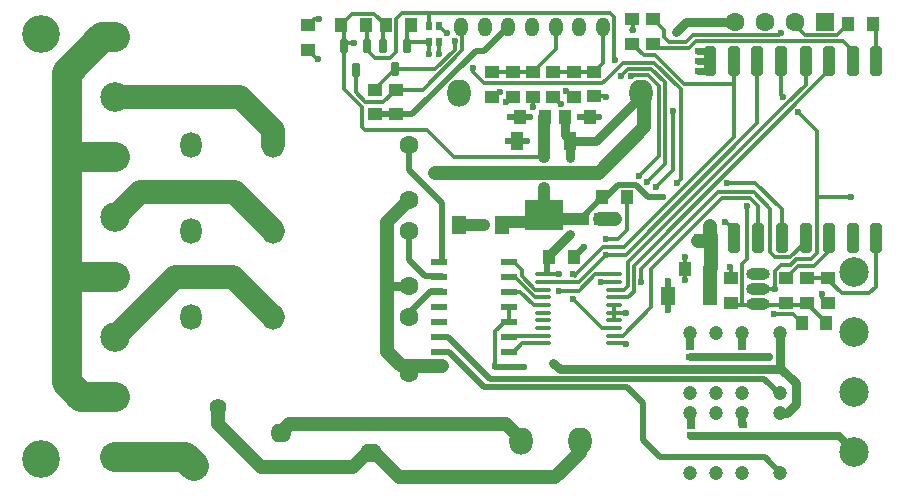
<source format=gbl>
G04 Layer_Physical_Order=2*
G04 Layer_Color=16711680*
%FSLAX44Y44*%
%MOMM*%
G71*
G01*
G75*
%ADD12C,0.3000*%
%ADD13C,1.2000*%
%ADD14C,0.7000*%
%ADD15C,0.8000*%
%ADD16C,0.2000*%
%ADD17C,0.5000*%
%ADD18C,1.0000*%
%ADD19C,2.5000*%
%ADD21C,1.6000*%
%ADD22R,1.6000X1.6000*%
%ADD23C,1.2000*%
%ADD24C,2.5000*%
%ADD25O,1.8000X2.2000*%
%ADD26O,1.8000X1.6000*%
%ADD27O,1.9000X1.6000*%
%ADD28C,3.2000*%
%ADD29O,2.0000X2.3000*%
%ADD30C,1.4000*%
%ADD31O,2.0000X1.0000*%
%ADD32O,2.0000X1.0000*%
%ADD33O,1.2000X1.6000*%
%ADD34C,0.6000*%
%ADD35R,0.8000X0.5000*%
%ADD36R,1.2000X1.1000*%
G04:AMPARAMS|DCode=37|XSize=2.5mm|YSize=1mm|CornerRadius=0.25mm|HoleSize=0mm|Usage=FLASHONLY|Rotation=90.000|XOffset=0mm|YOffset=0mm|HoleType=Round|Shape=RoundedRectangle|*
%AMROUNDEDRECTD37*
21,1,2.5000,0.5000,0,0,90.0*
21,1,2.0000,1.0000,0,0,90.0*
1,1,0.5000,0.2500,1.0000*
1,1,0.5000,0.2500,-1.0000*
1,1,0.5000,-0.2500,-1.0000*
1,1,0.5000,-0.2500,1.0000*
%
%ADD37ROUNDEDRECTD37*%
%ADD38R,1.1000X1.2000*%
%ADD39R,1.4000X0.6000*%
%ADD40O,1.4000X0.3500*%
%ADD41R,1.3000X1.6000*%
%ADD42R,1.0000X1.0000*%
%ADD43R,3.2500X2.5000*%
%ADD44R,1.0000X1.5000*%
G04:AMPARAMS|DCode=45|XSize=0.65mm|YSize=1.2mm|CornerRadius=0.0813mm|HoleSize=0mm|Usage=FLASHONLY|Rotation=180.000|XOffset=0mm|YOffset=0mm|HoleType=Round|Shape=RoundedRectangle|*
%AMROUNDEDRECTD45*
21,1,0.6500,1.0375,0,0,180.0*
21,1,0.4875,1.2000,0,0,180.0*
1,1,0.1625,-0.2437,0.5188*
1,1,0.1625,0.2437,0.5188*
1,1,0.1625,0.2437,-0.5188*
1,1,0.1625,-0.2437,-0.5188*
%
%ADD45ROUNDEDRECTD45*%
%ADD46R,0.5000X0.8000*%
%ADD47C,0.6000*%
%ADD48C,1.6000*%
%ADD49C,2.0000*%
%ADD50C,0.2500*%
D12*
X673428Y156886D02*
X690204Y140110D01*
X630682Y155448D02*
X632120Y156886D01*
Y155448D02*
X672690D01*
X661994Y147320D02*
X669204Y140110D01*
X645922Y147320D02*
X661994D01*
X432776Y122642D02*
X450060D01*
X425958Y115824D02*
X432776Y122642D01*
X421922Y115824D02*
X425958D01*
X421922Y128524D02*
X422540Y129142D01*
X450060D01*
X618960Y155740D02*
X619252Y155448D01*
X531622Y264668D02*
X548626Y281672D01*
X538226Y259080D02*
X553626Y274480D01*
X476590Y196186D02*
X476856D01*
X510060Y122642D02*
X520648D01*
X520700Y122590D01*
X520648Y148642D02*
X520700Y148590D01*
X510060Y148642D02*
X520648D01*
X450060Y181142D02*
X463844D01*
X464058Y181356D01*
Y167132D02*
X480568D01*
X494578Y181142D01*
X510060D01*
X475742Y160274D02*
X500374Y135642D01*
X475488Y160274D02*
X475742D01*
X480966Y174642D02*
X503936Y197612D01*
X692478Y200988D02*
Y211766D01*
X682498Y199136D02*
Y302260D01*
X684022Y246634D02*
X710946D01*
X666242Y318516D02*
X682498Y302260D01*
X652078Y332680D02*
X653288Y331470D01*
X652078Y332680D02*
Y361766D01*
X650424Y383724D02*
X652018Y385318D01*
X543462Y376596D02*
X545580Y378714D01*
X525682Y376596D02*
X535582Y366696D01*
X545377D01*
X569681Y342392D01*
X610754D01*
X661924Y393954D02*
X672164Y383714D01*
X729828Y393094D02*
X732478Y390444D01*
Y361766D02*
Y390444D01*
X612278Y340868D02*
Y361766D01*
X610754Y342392D02*
X612278Y340868D01*
X489798Y314608D02*
X493834Y318644D01*
X465599Y324724D02*
X466023Y325147D01*
X465470Y324724D02*
X465599D01*
X458978Y331216D02*
X465470Y324724D01*
X465562Y325608D02*
X466023Y325147D01*
X458978Y331216D02*
Y331724D01*
X545338Y254762D02*
X545592Y255016D01*
X526956Y188628D02*
X692478Y354150D01*
Y361766D01*
X606298Y258318D02*
X606806Y258826D01*
X623062Y194310D02*
Y238760D01*
X604774Y225806D02*
X605282D01*
X612378Y218710D01*
X618960Y190208D02*
X623062Y194310D01*
X618960Y155740D02*
Y190208D01*
X619252Y155448D02*
X630682D01*
X610940D02*
X619252D01*
X609248Y157140D02*
X610940Y155448D01*
X672690Y156886D02*
X673428D01*
X609248Y178140D02*
Y187392D01*
X609004Y187636D02*
X609248Y187392D01*
X570992Y176930D02*
X571236Y176686D01*
X570484Y195580D02*
X570728Y195336D01*
X503174Y210820D02*
X503682Y210312D01*
X503936Y210820D02*
X513842D01*
X521548Y218526D01*
Y246478D01*
X475996Y181356D02*
X478488D01*
X501244Y204112D01*
X450060Y174642D02*
X480966D01*
X475996Y181102D02*
X477033Y180065D01*
X526956Y166530D02*
Y188628D01*
X672690Y177886D02*
X690274D01*
X732178Y170838D02*
Y211766D01*
X726440Y165100D02*
X732178Y170838D01*
X703060Y165100D02*
X726440D01*
X690274Y177886D02*
X703060Y165100D01*
X421922Y166624D02*
X431261D01*
X442743Y155142D01*
X450060D01*
X425224Y192278D02*
X432422Y185080D01*
Y179605D02*
Y185080D01*
Y179605D02*
X443885Y168142D01*
X423954Y179578D02*
X425378D01*
X443314Y161642D02*
X450060D01*
X443885Y168142D02*
X450060D01*
X425378Y179578D02*
X443314Y161642D01*
X510060Y148642D02*
Y155142D01*
Y142142D02*
Y148642D01*
X500374Y135642D02*
X510060D01*
X475996Y181102D02*
Y181356D01*
X499474Y174642D02*
X510060D01*
X499474D02*
X499618Y174498D01*
X510060Y161642D02*
X522068D01*
X526956Y166530D01*
X510060Y168142D02*
X518662D01*
X521956Y171436D01*
X672164Y383714D02*
X699448D01*
X708828Y393094D01*
X704342Y378714D02*
X712932Y370124D01*
Y363798D02*
Y370124D01*
X686816Y161360D02*
Y164846D01*
Y161360D02*
X691290Y156886D01*
X646430Y168402D02*
Y168656D01*
X632460Y168402D02*
X646430D01*
Y168656D02*
Y184332D01*
X677164Y193802D02*
X682498Y199136D01*
X679450Y187960D02*
X692478Y200988D01*
X625246Y245768D02*
X632278Y238736D01*
Y208788D02*
Y238736D01*
X606806Y258826D02*
X629920D01*
X672778Y211766D02*
Y218762D01*
X538988Y350266D02*
X548626Y340628D01*
X527050Y350266D02*
X538988D01*
X503334Y345774D02*
Y345854D01*
X563626Y258572D02*
X566928Y261874D01*
Y338074D01*
X545592Y255016D02*
X560324Y269748D01*
X548626Y281672D02*
Y340628D01*
X553626Y274480D02*
Y343756D01*
X560324Y269748D02*
Y319786D01*
X518612Y204112D02*
X612278Y297778D01*
X501244Y204112D02*
X518612D01*
X612278Y297778D02*
Y340868D01*
X503936Y197612D02*
X520446D01*
X631878Y309044D01*
Y361766D01*
X521956Y171436D02*
Y191248D01*
X655678Y324970D01*
X655980D01*
X672678Y341668D01*
Y361766D01*
X541782Y185461D02*
X602089Y245768D01*
X625246D01*
X533654Y174498D02*
Y185928D01*
X598494Y250768D01*
X510060Y129142D02*
X517762D01*
X541782Y153162D01*
Y185461D01*
X421922Y141224D02*
Y153924D01*
X409702Y103378D02*
Y132842D01*
X418084Y141224D01*
X421922D01*
X570728Y176930D02*
Y186084D01*
Y195336D01*
X500944Y360216D02*
Y390906D01*
X458978Y352724D02*
X476562D01*
X493452D02*
X493620Y352892D01*
X500944Y360216D01*
X460944Y371696D02*
Y390906D01*
X424746Y352724D02*
X441972D01*
X352298Y303022D02*
X374650Y280670D01*
X451104D01*
X315120Y374744D02*
Y389980D01*
X317160Y392020D01*
X300060D02*
X301592Y390488D01*
Y374490D02*
Y390488D01*
X281592Y374490D02*
Y389488D01*
X279060Y392020D02*
X281592Y389488D01*
X279060Y392020D02*
X288614Y401574D01*
X307606D01*
X317160Y392020D01*
X335120Y374744D02*
Y388980D01*
X338160Y392020D01*
X291592Y335280D02*
Y354490D01*
Y335280D02*
X299466Y327406D01*
X315284D01*
X325530Y337652D01*
X308258D02*
Y337882D01*
X325120Y354744D01*
X326160Y384292D02*
Y397280D01*
X325882Y384014D02*
X326160Y384292D01*
X325882Y369824D02*
Y384014D01*
X320548Y364490D02*
X325882Y369824D01*
X301592Y371000D02*
Y374490D01*
Y371000D02*
X308102Y364490D01*
X320548D01*
X338074Y377698D02*
X353886D01*
X335120Y374744D02*
X338074Y377698D01*
X299212Y303022D02*
X352298D01*
X544576Y360426D02*
X566928Y338074D01*
X503334Y345854D02*
X517906Y360426D01*
X542036Y355346D02*
X553626Y343756D01*
X517906Y360426D02*
X544576D01*
X525018Y348032D02*
Y348742D01*
X522430Y355346D02*
X542036D01*
X516128Y349044D02*
X522430Y355346D01*
X516128Y348742D02*
Y349044D01*
X510444Y363570D02*
X511048Y362966D01*
X510444Y363570D02*
Y399384D01*
X524936Y388366D02*
X526288D01*
Y396990D01*
X353886Y368236D02*
Y377698D01*
X361886Y368110D02*
Y377698D01*
X369316Y384238D02*
Y385318D01*
X380944Y390906D02*
X381912Y389938D01*
X361886Y391668D02*
X369316Y384238D01*
X476562Y352724D02*
X493452D01*
X441972D02*
X460944Y371696D01*
X407162Y352724D02*
X424746D01*
X500460Y342900D02*
X503334Y345774D01*
X442058Y322990D02*
Y331638D01*
X441902Y322834D02*
X442058Y322990D01*
X441452Y322834D02*
X441902D01*
X390906Y352530D02*
X400536Y342900D01*
X390906Y352530D02*
Y355854D01*
X400536Y342900D02*
X500460D01*
X507422Y402406D02*
X510444Y399384D01*
X353886Y402406D02*
X507422D01*
X326160Y397280D02*
X331216Y402336D01*
X353886D01*
Y391668D02*
Y402336D01*
X418846Y326390D02*
Y327406D01*
X493620Y331892D02*
X503768D01*
X503936Y331724D01*
X348835Y337652D02*
X381912Y370729D01*
X325120Y354744D02*
X358856D01*
X375412Y371300D01*
Y378460D01*
X325530Y337652D02*
X348835D01*
X381912Y370729D02*
Y389938D01*
X579628Y378714D02*
X704342D01*
X577526Y383724D02*
X650424D01*
X552962Y382268D02*
Y388096D01*
X543462Y397596D02*
X552962Y388096D01*
X573786Y372872D02*
X579628Y378714D01*
X543462Y376596D02*
X547186Y372872D01*
X571715Y377913D02*
X577526Y383724D01*
X552962Y382268D02*
X557317Y377913D01*
X547186Y372872D02*
X573786D01*
X557317Y377913D02*
X571715D01*
X629920Y258826D02*
X652378Y236368D01*
Y211766D02*
Y236368D01*
X664718Y193802D02*
X677164D01*
X655418Y177886D02*
X658968Y181436D01*
X659423D01*
X665947Y187960D01*
X679450D01*
X672778Y208933D02*
Y211766D01*
X659611Y195766D02*
X672778Y208933D01*
X642874Y199898D02*
X647006Y195766D01*
X659611D01*
X598494Y250768D02*
X628580D01*
X642874Y236474D01*
Y199898D02*
Y236474D01*
X646430Y184332D02*
X651582Y189484D01*
X660400D01*
X664718Y193802D01*
X259150Y363728D02*
X260096D01*
X251362Y371516D02*
X259150Y363728D01*
X256102Y397256D02*
X260604D01*
X251362Y392516D02*
X256102Y397256D01*
X284038Y376936D02*
X290068D01*
X281592Y374490D02*
X284038Y376936D01*
X280416Y374490D02*
X281432Y373474D01*
X296672Y305562D02*
X299212Y303022D01*
X296672Y305562D02*
Y322834D01*
X281432Y338074D02*
X296672Y322834D01*
X281432Y338074D02*
Y373474D01*
D13*
X592532Y186888D02*
Y213798D01*
X592040Y211528D02*
Y222284D01*
Y163068D02*
Y186396D01*
X330708Y103378D02*
X365224D01*
X318516Y115570D02*
Y171450D01*
X592278Y186634D02*
Y211766D01*
X590176Y209664D02*
X592040Y211528D01*
X581152Y209664D02*
X590176D01*
X498990Y228346D02*
X511302D01*
X318516Y115570D02*
X330708Y103378D01*
X228446Y46854D02*
X235694Y54102D01*
X419100D01*
X431438Y41764D01*
X460646Y9500D02*
X481438Y30292D01*
X174846Y54770D02*
X211328Y18288D01*
X174846Y54770D02*
Y68688D01*
X304446Y29854D02*
X308220D01*
X328574Y9500D01*
X460646D01*
X211328Y18288D02*
X289560D01*
X301126Y29854D01*
X304446D01*
X497332Y266954D02*
X536194Y305816D01*
Y331534D01*
X533438Y334290D02*
X536194Y331534D01*
X591728Y186084D02*
X592040Y186396D01*
X592278Y186634D01*
X592532Y186888D01*
X318516Y171450D02*
Y225542D01*
X337058Y244084D01*
X359156Y266954D02*
X497332D01*
D14*
X575310Y110808D02*
X641350D01*
X618902Y120804D02*
Y130302D01*
X574902Y120804D02*
Y130302D01*
X575310Y44006D02*
X700722D01*
X713740Y30988D01*
X618902Y54510D02*
Y64008D01*
X574902D02*
X575310Y63600D01*
Y54102D02*
Y63600D01*
D15*
X458978Y106426D02*
X464312Y101092D01*
X649378D01*
X650902Y102616D01*
X664210Y71628D02*
Y88900D01*
X650902Y102208D02*
X664210Y88900D01*
X650902Y102208D02*
Y130302D01*
X656590Y64008D02*
X664210Y71628D01*
X650902Y64008D02*
X656590D01*
X454250Y196440D02*
X473456Y215646D01*
Y279908D02*
X473604Y280056D01*
Y294140D01*
X468798Y298946D02*
Y314608D01*
Y298946D02*
X473604Y294140D01*
X318907Y171059D02*
X337058D01*
X473604Y294140D02*
X495562D01*
X533438Y332016D01*
Y334290D01*
X318516Y171450D02*
X318907Y171059D01*
X562864Y386334D02*
X571754Y395224D01*
X613156D01*
D16*
X682498Y245110D02*
X684022Y246634D01*
D17*
X556260Y151604D02*
Y163576D01*
X400564Y85592D02*
X521214D01*
X370332Y115824D02*
X400564Y85592D01*
X521214D02*
X534670Y72136D01*
X405756Y92592D02*
X637812D01*
X369824Y128524D02*
X405756Y92592D01*
X637812D02*
X650902Y79502D01*
X534670Y40640D02*
Y72136D01*
Y40640D02*
X549148Y26162D01*
X637948D01*
X650902Y13208D01*
X591878Y361766D02*
Y370528D01*
X409956Y103124D02*
X421612D01*
X409702Y103378D02*
X409956Y103124D01*
X433578D02*
X433832Y102870D01*
X421922Y103124D02*
X433578D01*
X361922Y128524D02*
X369824D01*
X361922Y115824D02*
X370332D01*
X476856Y196186D02*
X484886Y204216D01*
X453644Y183388D02*
Y194830D01*
X539520Y246634D02*
X551942D01*
X529106Y257048D02*
X539520Y246634D01*
X483990Y229920D02*
X500548Y246478D01*
X483990Y228346D02*
Y229920D01*
X500548Y246478D02*
X503272D01*
X513842Y257048D02*
X529106D01*
X503272Y246478D02*
X513842Y257048D01*
X556040Y151384D02*
X556260Y151604D01*
X556040Y175040D02*
X556260Y175260D01*
X556040Y163068D02*
Y175040D01*
X430952Y314608D02*
X439186D01*
X481564D02*
X489798D01*
X498032D01*
X428604Y294140D02*
X436838D01*
X420370D02*
X428604D01*
X355854Y166878D02*
X365224D01*
X337058Y148082D02*
X355854Y166878D01*
X337058Y145034D02*
Y148082D01*
X350520Y179578D02*
X365224D01*
X337058Y193040D02*
X350520Y179578D01*
X337058Y193040D02*
Y218059D01*
Y269494D02*
Y291084D01*
Y269494D02*
X365224Y241328D01*
Y192278D02*
Y241328D01*
X308258Y316652D02*
X325530D01*
X430542Y314198D02*
X430952Y314608D01*
X422656Y314198D02*
X430542D01*
X325530Y316652D02*
X339794D01*
X393474Y370332D01*
X400370D01*
X420944Y390906D01*
D18*
X379510Y222758D02*
X400304D01*
X451104Y294140D02*
Y314608D01*
X445016Y225552D02*
X451104Y231640D01*
X418304Y225552D02*
X445016D01*
X415510Y222758D02*
X418304Y225552D01*
X451104Y280670D02*
Y294140D01*
Y231640D02*
Y253896D01*
Y231640D02*
X454398Y228346D01*
X483990D01*
D19*
X87884Y26670D02*
X146864D01*
X57912Y280670D02*
X87884D01*
X59182Y179070D02*
X87884D01*
X46990Y191262D02*
Y291592D01*
Y89662D02*
Y191262D01*
Y89662D02*
X59182Y77470D01*
X87884D01*
X46990Y291592D02*
Y352044D01*
X77216Y382270D01*
X87884D01*
X146864Y26670D02*
X154846Y18688D01*
D21*
X638556Y395224D02*
D03*
X663956D02*
D03*
X613156D02*
D03*
X337058Y244084D02*
D03*
Y291084D02*
D03*
Y98034D02*
D03*
Y145034D02*
D03*
Y171059D02*
D03*
Y218059D02*
D03*
D22*
X689356Y395224D02*
D03*
D23*
X574902Y13208D02*
D03*
X596902D02*
D03*
X618902D02*
D03*
X650902D02*
D03*
X574902Y64008D02*
D03*
X596902D02*
D03*
X618902D02*
D03*
X650902D02*
D03*
Y131400D02*
D03*
X618902D02*
D03*
X596902D02*
D03*
X574902D02*
D03*
X650902Y80600D02*
D03*
X618902D02*
D03*
X596902D02*
D03*
X574902D02*
D03*
D24*
X87884Y382270D02*
D03*
Y331470D02*
D03*
Y280670D02*
D03*
Y229870D02*
D03*
Y26670D02*
D03*
Y77470D02*
D03*
Y128270D02*
D03*
Y179070D02*
D03*
X713740Y30988D02*
D03*
Y81788D02*
D03*
Y132588D02*
D03*
Y183388D02*
D03*
D25*
X152058Y291084D02*
D03*
X222058D02*
D03*
X152058Y145034D02*
D03*
X222058D02*
D03*
X152058Y218059D02*
D03*
X222058D02*
D03*
D26*
X228446Y46854D02*
D03*
D27*
X304446Y29854D02*
D03*
D28*
X25000Y385000D02*
D03*
Y25000D02*
D03*
D29*
X379438Y334290D02*
D03*
X533438D02*
D03*
X431438Y40290D02*
D03*
X481438D02*
D03*
D30*
X174846Y68688D02*
D03*
X154846Y18688D02*
D03*
D31*
X632460Y181102D02*
D03*
Y155702D02*
D03*
D32*
Y168402D02*
D03*
D33*
X500944Y390906D02*
D03*
X420944D02*
D03*
X440944D02*
D03*
X460944D02*
D03*
X400944D02*
D03*
X380944D02*
D03*
X480944D02*
D03*
D34*
X400304Y222758D02*
D03*
X641350Y110808D02*
D03*
X581152Y361962D02*
D03*
Y353200D02*
D03*
Y370332D02*
D03*
X458978Y106426D02*
D03*
X409702Y103378D02*
D03*
X433832Y102870D02*
D03*
X484886Y204216D02*
D03*
X520700Y122590D02*
D03*
Y148590D02*
D03*
X464058Y181356D02*
D03*
Y167132D02*
D03*
X475488Y160274D02*
D03*
X666242Y318516D02*
D03*
X653288Y331470D02*
D03*
X710946Y246634D02*
D03*
X652018Y385318D02*
D03*
X473456Y215646D02*
D03*
Y279908D02*
D03*
X465562Y325608D02*
D03*
X545592Y255016D02*
D03*
X538226Y259080D02*
D03*
X531622Y264668D02*
D03*
X563626Y258572D02*
D03*
X606298Y258318D02*
D03*
X623062Y238760D02*
D03*
X551942Y246634D02*
D03*
X609004Y187636D02*
D03*
X570484Y176686D02*
D03*
Y195580D02*
D03*
X556040Y151384D02*
D03*
X556260Y175260D02*
D03*
X439186Y314608D02*
D03*
X481564D02*
D03*
X498032D02*
D03*
X436838Y294140D02*
D03*
X420370D02*
D03*
X451104Y254508D02*
D03*
Y280670D02*
D03*
X580644Y212712D02*
D03*
Y207010D02*
D03*
X511810Y225298D02*
D03*
Y231000D02*
D03*
X503936Y210820D02*
D03*
Y197612D02*
D03*
X475996Y181356D02*
D03*
X533654Y174498D02*
D03*
X499618D02*
D03*
X686816Y164846D02*
D03*
X645922Y147320D02*
D03*
X646430Y168656D02*
D03*
X560324Y319786D02*
D03*
X604774Y225806D02*
D03*
X362204Y265430D02*
D03*
X357886Y269494D02*
D03*
X525018Y348742D02*
D03*
X516128D02*
D03*
X511048Y362966D02*
D03*
X526288Y388366D02*
D03*
X362458Y367538D02*
D03*
X353822D02*
D03*
X369316Y385318D02*
D03*
X375412Y378460D02*
D03*
X413512Y335534D02*
D03*
X469978Y336400D02*
D03*
X441452Y322834D02*
D03*
X390906Y355854D02*
D03*
X418846Y327406D02*
D03*
X422656Y314198D02*
D03*
X503936Y331724D02*
D03*
X562864Y386334D02*
D03*
X260096Y363728D02*
D03*
X260604Y397256D02*
D03*
X290068Y376936D02*
D03*
D35*
X618998Y111570D02*
D03*
Y119570D02*
D03*
X575056Y111570D02*
D03*
Y119570D02*
D03*
X575310Y45022D02*
D03*
Y53022D02*
D03*
X619252Y45276D02*
D03*
Y53276D02*
D03*
D36*
X251362Y392516D02*
D03*
Y371516D02*
D03*
X525682Y397596D02*
D03*
Y376596D02*
D03*
X656434Y177886D02*
D03*
Y156886D02*
D03*
X673706Y177886D02*
D03*
Y156886D02*
D03*
X609248Y157140D02*
D03*
Y178140D02*
D03*
X458978Y352724D02*
D03*
Y331724D02*
D03*
X407162Y352724D02*
D03*
Y331724D02*
D03*
X424746D02*
D03*
Y352724D02*
D03*
X493620Y331892D02*
D03*
Y352892D02*
D03*
X476562Y331724D02*
D03*
Y352724D02*
D03*
X442058Y331638D02*
D03*
Y352638D02*
D03*
X543462Y376596D02*
D03*
Y397596D02*
D03*
X691290Y156886D02*
D03*
Y177886D02*
D03*
X325530Y316652D02*
D03*
Y337652D02*
D03*
X308258Y316652D02*
D03*
Y337652D02*
D03*
D37*
X732178Y211766D02*
D03*
X712478D02*
D03*
X692478D02*
D03*
X672778D02*
D03*
X652378D02*
D03*
X632278D02*
D03*
X612378D02*
D03*
X592278D02*
D03*
X591878Y361766D02*
D03*
X612278D02*
D03*
X631878D02*
D03*
X652078D02*
D03*
X672678D02*
D03*
X692478D02*
D03*
X712678D02*
D03*
X732478D02*
D03*
D38*
X690204Y140110D02*
D03*
X669204D02*
D03*
X455590Y196186D02*
D03*
X476590D02*
D03*
X591728Y186084D02*
D03*
X570728D02*
D03*
X489798Y314608D02*
D03*
X468798D02*
D03*
X451952D02*
D03*
X430952D02*
D03*
X729828Y393094D02*
D03*
X708828D02*
D03*
X500548Y246478D02*
D03*
X521548D02*
D03*
X317160Y392020D02*
D03*
X338160D02*
D03*
X279060D02*
D03*
X300060D02*
D03*
D39*
X421922Y192024D02*
D03*
Y179324D02*
D03*
Y166624D02*
D03*
Y153924D02*
D03*
Y141224D02*
D03*
Y128524D02*
D03*
Y115824D02*
D03*
X361922D02*
D03*
Y128524D02*
D03*
Y141224D02*
D03*
Y153924D02*
D03*
Y166624D02*
D03*
Y179324D02*
D03*
Y192024D02*
D03*
Y103124D02*
D03*
X421922D02*
D03*
D40*
X450060Y122642D02*
D03*
Y129142D02*
D03*
Y135642D02*
D03*
Y142142D02*
D03*
Y148642D02*
D03*
Y155142D02*
D03*
Y161642D02*
D03*
Y168142D02*
D03*
Y174642D02*
D03*
Y181142D02*
D03*
X510060Y122642D02*
D03*
Y129142D02*
D03*
Y135642D02*
D03*
Y142142D02*
D03*
Y148642D02*
D03*
Y155142D02*
D03*
Y161642D02*
D03*
Y168142D02*
D03*
Y174642D02*
D03*
Y181142D02*
D03*
D41*
X592040Y163068D02*
D03*
X556040D02*
D03*
X415510Y222758D02*
D03*
X379510D02*
D03*
D42*
X483990Y228346D02*
D03*
X498990D02*
D03*
D43*
X451104Y231640D02*
D03*
D44*
X473604Y294140D02*
D03*
X451104D02*
D03*
X428604D02*
D03*
D45*
X301592Y374490D02*
D03*
X291592Y354490D02*
D03*
X281592Y374490D02*
D03*
X335120Y374744D02*
D03*
X325120Y354744D02*
D03*
X315120Y374744D02*
D03*
D46*
X361886Y391668D02*
D03*
X353886D02*
D03*
X361886Y377698D02*
D03*
X353886D02*
D03*
D47*
X581152Y361962D02*
X581290Y361824D01*
X591820D01*
X591878Y361766D01*
X591820Y353062D02*
X591878Y353004D01*
X581290Y353062D02*
X591820D01*
X581152Y353200D02*
X581290Y353062D01*
X581152Y370332D02*
X581290Y370470D01*
X591820D01*
X591878Y370528D01*
D48*
X46990Y291592D02*
X57912Y280670D01*
X46990Y191262D02*
X59182Y179070D01*
D49*
X87884Y331470D02*
X193802D01*
X222058Y303214D01*
Y291084D02*
Y303214D01*
X87884Y229870D02*
X108712Y250698D01*
X189419D01*
X222058Y218059D01*
X188022Y179070D02*
X222058Y145034D01*
X87884Y128270D02*
X138684Y179070D01*
X188022D01*
D50*
X475488Y331724D02*
X476562D01*
X469646Y336732D02*
Y337566D01*
Y336732D02*
X469978Y336400D01*
X469646Y337566D02*
X475488Y331724D01*
M02*

</source>
